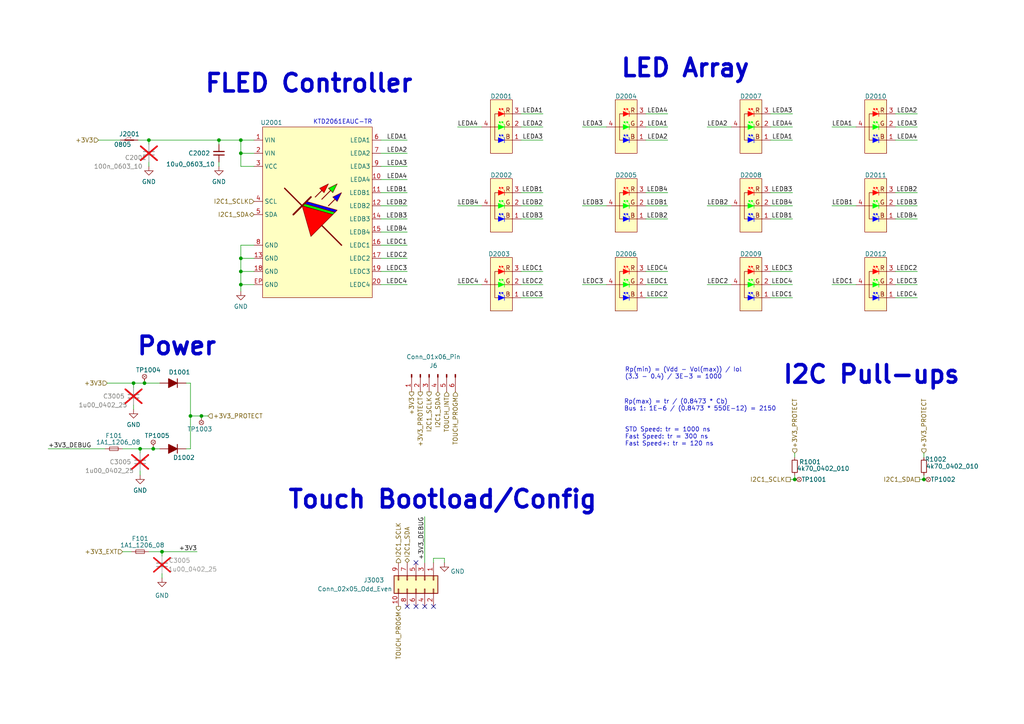
<source format=kicad_sch>
(kicad_sch (version 20230121) (generator eeschema)
  (paper "A4")
  (lib_symbols
    (symbol "Beacon_Library:CUT_N_JUMP" (pin_numbers hide)
      (property "Reference" "J" (at 0 -0.254 0))
      (property "Value" "0402" (at 0 -3.81 0))
      (symbol "CUT_N_JUMP_1_1"
        (polyline (pts (xy -1.27 -2.54) (xy 1.27 -2.54)) (stroke (width 0.381)))
        (polyline (pts (xy 0.508 -1.905) (xy 0.381 -1.651) (xy 0.508 -1.905) (xy 0.254 -2.032)) (stroke (width 0.0762)))
        (arc (start 0.508 -1.905) (mid -0.5086 -1.8651) (end -1.27 -2.54) (stroke (width 0.0762)))
        (pin passive line (at -2.54 -2.54 0) (length 1.27) (name "~") (number "1"))
        (pin passive line (at 2.54 -2.54 180) (length 1.27) (name "~") (number "2"))
      )
    )
    (symbol "Beacon_Library:KTD20XXEUAC-TR"
      (property "Reference" "U" (at 0 0 0))
      (property "Value" "KTD20XXEUAC-TR" (at 22.86 0 0))
      (symbol "KTD20XXEUAC-TR_0_1"
        (polyline (pts (xy 11.43 -21.59) (xy 6.35 -26.67)) (stroke (width 0.508)))
        (polyline (pts (xy 12.7 -21.59) (xy 14.605 -19.685)) (stroke (width 0.254)))
        (polyline (pts (xy 14.605 -22.225) (xy 17.145 -19.685)) (stroke (width 0.254)))
        (polyline (pts (xy 16.51 -24.13) (xy 18.415 -22.225)) (stroke (width 0.254)))
      )
      (symbol "KTD20XXEUAC-TR_1_1"
        (rectangle (start -2.54 -1.27) (end 29.21 -50.8) (fill (type background)))
        (polyline (pts (xy 3.81 -19.05) (xy 8.89 -24.13)) (stroke (width 0.381)))
        (polyline (pts (xy 14.605 -29.845) (xy 20.32 -35.56)) (stroke (width 0.381)))
        (polyline (pts (xy 8.89 -24.13) (xy 11.43 -33.02) (xy 17.78 -26.67) (xy 8.89 -24.13)) (fill (type color) (color 255 0 0 1)))
        (polyline (pts (xy 15.24 -20.32) (xy 15.24 -20.32) (xy 16.51 -17.78) (xy 13.97 -19.05) (xy 15.24 -20.32)) (fill (type color) (color 255 0 0 1)))
        (polyline (pts (xy 17.78 -26.67) (xy 18.415 -26.035) (xy 9.525 -23.495) (xy 8.89 -24.13) (xy 17.78 -26.67)) (fill (type color) (color 0 255 0 1)))
        (polyline (pts (xy 17.78 -20.32) (xy 17.78 -20.32) (xy 19.05 -17.78) (xy 16.51 -19.05) (xy 17.78 -20.32)) (fill (type color) (color 0 255 0 1)))
        (polyline (pts (xy 18.415 -26.035) (xy 19.05 -25.4) (xy 10.16 -22.86) (xy 9.525 -23.495) (xy 18.415 -26.035)) (fill (type color) (color 0 0 255 1)))
        (polyline (pts (xy 19.05 -22.86) (xy 19.05 -22.86) (xy 20.32 -20.32) (xy 17.78 -21.59) (xy 19.05 -22.86)) (fill (type color) (color 0 0 255 1)))
        (pin power_in line (at -5.08 -5.08 0) (length 2.54) (name "VIN") (number "1"))
        (pin bidirectional line (at 31.75 -16.51 180) (length 2.54) (name "LEDA4") (number "10"))
        (pin bidirectional line (at 31.75 -20.32 180) (length 2.54) (name "LEDB1") (number "11"))
        (pin bidirectional line (at 31.75 -24.13 180) (length 2.54) (name "LEDB2") (number "12"))
        (pin passive line (at -5.08 -39.37 0) (length 2.54) (name "GND") (number "13"))
        (pin bidirectional line (at 31.75 -27.94 180) (length 2.54) (name "LEDB3") (number "14"))
        (pin bidirectional line (at 31.75 -31.75 180) (length 2.54) (name "LEDB4") (number "15"))
        (pin bidirectional line (at 31.75 -35.56 180) (length 2.54) (name "LEDC1") (number "16"))
        (pin bidirectional line (at 31.75 -39.37 180) (length 2.54) (name "LEDC2") (number "17"))
        (pin passive line (at -5.08 -43.18 0) (length 2.54) (name "GND") (number "18"))
        (pin bidirectional line (at 31.75 -43.18 180) (length 2.54) (name "LEDC3") (number "19"))
        (pin power_in line (at -5.08 -8.89 0) (length 2.54) (name "VIN") (number "2"))
        (pin bidirectional line (at 31.75 -46.99 180) (length 2.54) (name "LEDC4") (number "20"))
        (pin power_in line (at -5.08 -12.7 0) (length 2.54) (name "VCC") (number "3"))
        (pin input line (at -5.08 -22.86 0) (length 2.54) (name "SCL") (number "4"))
        (pin bidirectional line (at -5.08 -26.67 0) (length 2.54) (name "SDA") (number "5"))
        (pin bidirectional line (at 31.75 -5.08 180) (length 2.54) (name "LEDA1") (number "6"))
        (pin bidirectional line (at 31.75 -8.89 180) (length 2.54) (name "LEDA2") (number "7"))
        (pin passive line (at -5.08 -35.56 0) (length 2.54) (name "GND") (number "8"))
        (pin bidirectional line (at 31.75 -12.7 180) (length 2.54) (name "LEDA3") (number "9"))
        (pin passive line (at -5.08 -46.99 0) (length 2.54) (name "GND") (number "EP"))
      )
    )
    (symbol "Beacon_Library:TESTPOINT" (pin_numbers hide)
      (property "Reference" "TP" (at 0 0 0))
      (symbol "TESTPOINT_1_1"
        (circle (center 0 -1.905) (radius 0.635))
        (polyline (pts (xy -0.508 -2.286) (xy 0.508 -1.524)) (stroke (width 0.0254)))
        (polyline (pts (xy -0.508 -1.524) (xy 0.508 -2.286)) (stroke (width 0.0254)))
        (pin passive line (at 0 -3.175 90) (length 0.635) (name "~") (number "1"))
      )
    )
    (symbol "Beacon_Library:UHD1110"
      (property "Reference" "D" (at -0.508 -1.778 0))
      (property "Value" "UHD1110" (at 8.382 -1.778 0))
      (symbol "UHD1110_1_1"
        (polyline (pts (xy 5.334 -14.478) (xy 5.334 -16.002)) (stroke (width 0) (color 0 0 255 1)))
        (polyline (pts (xy 5.334 -10.668) (xy 5.334 -12.192)) (stroke (width 0) (color 0 255 0 1)))
        (polyline (pts (xy 5.334 -6.858) (xy 5.334 -8.382)) (stroke (width 0) (color 255 0 0 1)))
        (polyline (pts (xy 7.62 -15.24) (xy 5.334 -15.24)))
        (polyline (pts (xy 7.62 -11.43) (xy 5.334 -11.43)))
        (polyline (pts (xy 7.62 -7.62) (xy 5.334 -7.62)))
        (polyline (pts (xy 3.556 -14.478) (xy 3.556 -16.002) (xy 5.334 -15.24) (xy 3.556 -14.478)) (stroke (width 0.0508) (color 0 0 255 1)) (fill (type outline)))
        (polyline (pts (xy 3.556 -10.668) (xy 3.556 -12.192) (xy 5.334 -11.43) (xy 3.556 -10.668)) (stroke (width 0.0508) (color 0 255 0 1)) (fill (type outline)))
        (polyline (pts (xy 3.556 -6.858) (xy 3.556 -8.382) (xy 5.334 -7.62) (xy 3.556 -6.858)) (stroke (width 0.0508) (color 255 0 0 1)) (fill (type outline)))
        (polyline (pts (xy 4.318 -14.478) (xy 4.064 -13.97) (xy 3.81 -14.097) (xy 3.81 -13.589) (xy 4.318 -13.843) (xy 4.064 -13.97)) (stroke (width 0.0508) (color 0 0 255 1)) (fill (type outline)))
        (polyline (pts (xy 4.318 -10.668) (xy 4.064 -10.16) (xy 3.81 -10.287) (xy 3.81 -9.779) (xy 4.318 -10.033) (xy 4.064 -10.16)) (stroke (width 0.0508) (color 0 255 0 1)) (fill (type outline)))
        (polyline (pts (xy 4.318 -6.858) (xy 4.064 -6.35) (xy 3.81 -6.477) (xy 3.81 -5.969) (xy 4.318 -6.223) (xy 4.064 -6.35)) (stroke (width 0.0508) (color 255 0 0 1)) (fill (type outline)))
        (polyline (pts (xy 5.08 -14.478) (xy 4.826 -13.97) (xy 4.572 -14.097) (xy 4.572 -13.589) (xy 5.08 -13.843) (xy 4.826 -13.97)) (stroke (width 0.0508) (color 0 0 255 1)) (fill (type outline)))
        (polyline (pts (xy 5.08 -10.668) (xy 4.826 -10.16) (xy 4.572 -10.287) (xy 4.572 -9.779) (xy 5.08 -10.033) (xy 4.826 -10.16)) (stroke (width 0.0508) (color 0 255 0 1)) (fill (type outline)))
        (polyline (pts (xy 5.08 -6.858) (xy 4.826 -6.35) (xy 4.572 -6.477) (xy 4.572 -5.969) (xy 5.08 -6.223) (xy 4.826 -6.35)) (stroke (width 0.0508) (color 255 0 0 1)) (fill (type outline)))
        (polyline (pts (xy 1.27 -11.43) (xy 3.556 -11.43) (xy 2.54 -11.43) (xy 2.54 -7.62) (xy 3.556 -7.62) (xy 2.54 -7.62) (xy 2.54 -15.24) (xy 3.556 -15.24)))
        (rectangle (start 1.27 -3.556) (end 7.62 -19.05) (fill (type background)))
        (text "B" (at 6.35 -14.224 0) (effects (font (size 1.27 1.27))))
        (text "G" (at 6.35 -10.414 0) (effects (font (size 1.27 1.27))))
        (text "R" (at 6.35 -6.604 0) (effects (font (size 1.27 1.27))))
        (pin passive line (at 10.16 -15.24 180) (length 2.54) (name "") (number "1"))
        (pin passive line (at 10.16 -11.43 180) (length 2.54) (name "") (number "2"))
        (pin passive line (at 10.16 -7.62 180) (length 2.54) (name "") (number "3"))
        (pin passive line (at -1.27 -11.43 0) (length 2.54) (name "") (number "4"))
      )
    )
    (symbol "Connector:Conn_01x06_Pin" (pin_names (offset 1.016) hide)
      (property "Reference" "J" (at 0 7.62 0))
      (property "Value" "Conn_01x06_Pin" (at 0 -10.16 0))
      (symbol "Conn_01x06_Pin_1_1"
        (polyline (pts (xy 1.27 -7.62) (xy 0.8636 -7.62)) (stroke (width 0.1524)))
        (polyline (pts (xy 1.27 -5.08) (xy 0.8636 -5.08)) (stroke (width 0.1524)))
        (polyline (pts (xy 1.27 -2.54) (xy 0.8636 -2.54)) (stroke (width 0.1524)))
        (polyline (pts (xy 1.27 0) (xy 0.8636 0)) (stroke (width 0.1524)))
        (polyline (pts (xy 1.27 2.54) (xy 0.8636 2.54)) (stroke (width 0.1524)))
        (polyline (pts (xy 1.27 5.08) (xy 0.8636 5.08)) (stroke (width 0.1524)))
        (rectangle (start 0.8636 -7.493) (end 0 -7.747) (stroke (width 0.1524)) (fill (type outline)))
        (rectangle (start 0.8636 -4.953) (end 0 -5.207) (stroke (width 0.1524)) (fill (type outline)))
        (rectangle (start 0.8636 -2.413) (end 0 -2.667) (stroke (width 0.1524)) (fill (type outline)))
        (rectangle (start 0.8636 0.127) (end 0 -0.127) (stroke (width 0.1524)) (fill (type outline)))
        (rectangle (start 0.8636 2.667) (end 0 2.413) (stroke (width 0.1524)) (fill (type outline)))
        (rectangle (start 0.8636 5.207) (end 0 4.953) (stroke (width 0.1524)) (fill (type outline)))
        (pin passive line (at 5.08 5.08 180) (length 3.81) (name "Pin_1") (number "1"))
        (pin passive line (at 5.08 2.54 180) (length 3.81) (name "Pin_2") (number "2"))
        (pin passive line (at 5.08 0 180) (length 3.81) (name "Pin_3") (number "3"))
        (pin passive line (at 5.08 -2.54 180) (length 3.81) (name "Pin_4") (number "4"))
        (pin passive line (at 5.08 -5.08 180) (length 3.81) (name "Pin_5") (number "5"))
        (pin passive line (at 5.08 -7.62 180) (length 3.81) (name "Pin_6") (number "6"))
      )
    )
    (symbol "Connector_Generic:Conn_02x05_Odd_Even" (pin_names (offset 1.016) hide)
      (property "Reference" "J" (at 1.27 7.62 0))
      (property "Value" "Conn_02x05_Odd_Even" (at 1.27 -7.62 0))
      (symbol "Conn_02x05_Odd_Even_1_1"
        (rectangle (start -1.27 -4.953) (end 0 -5.207) (stroke (width 0.1524)))
        (rectangle (start -1.27 -2.413) (end 0 -2.667) (stroke (width 0.1524)))
        (rectangle (start -1.27 0.127) (end 0 -0.127) (stroke (width 0.1524)))
        (rectangle (start -1.27 2.667) (end 0 2.413) (stroke (width 0.1524)))
        (rectangle (start -1.27 5.207) (end 0 4.953) (stroke (width 0.1524)))
        (rectangle (start -1.27 6.35) (end 3.81 -6.35) (stroke (width 0.254)) (fill (type background)))
        (rectangle (start 3.81 -4.953) (end 2.54 -5.207) (stroke (width 0.1524)))
        (rectangle (start 3.81 -2.413) (end 2.54 -2.667) (stroke (width 0.1524)))
        (rectangle (start 3.81 0.127) (end 2.54 -0.127) (stroke (width 0.1524)))
        (rectangle (start 3.81 2.667) (end 2.54 2.413) (stroke (width 0.1524)))
        (rectangle (start 3.81 5.207) (end 2.54 4.953) (stroke (width 0.1524)))
        (pin passive line (at -5.08 5.08 0) (length 3.81) (name "Pin_1") (number "1"))
        (pin passive line (at 7.62 -5.08 180) (length 3.81) (name "Pin_10") (number "10"))
        (pin passive line (at 7.62 5.08 180) (length 3.81) (name "Pin_2") (number "2"))
        (pin passive line (at -5.08 2.54 0) (length 3.81) (name "Pin_3") (number "3"))
        (pin passive line (at 7.62 2.54 180) (length 3.81) (name "Pin_4") (number "4"))
        (pin passive line (at -5.08 0 0) (length 3.81) (name "Pin_5") (number "5"))
        (pin passive line (at 7.62 0 180) (length 3.81) (name "Pin_6") (number "6"))
        (pin passive line (at -5.08 -2.54 0) (length 3.81) (name "Pin_7") (number "7"))
        (pin passive line (at 7.62 -2.54 180) (length 3.81) (name "Pin_8") (number "8"))
        (pin passive line (at -5.08 -5.08 0) (length 3.81) (name "Pin_9") (number "9"))
      )
    )
    (symbol "Device:C_Small" (pin_numbers hide) (pin_names (offset 0.254) hide)
      (property "Reference" "C" (at 0.254 1.778 0))
      (property "Value" "C_Small" (at 0.254 -2.032 0))
      (symbol "C_Small_0_1"
        (polyline (pts (xy -1.524 -0.508) (xy 1.524 -0.508)) (stroke (width 0.3302)))
        (polyline (pts (xy -1.524 0.508) (xy 1.524 0.508)) (stroke (width 0.3048)))
      )
      (symbol "C_Small_1_1"
        (pin passive line (at 0 2.54 270) (length 2.032) (name "~") (number "1"))
        (pin passive line (at 0 -2.54 90) (length 2.032) (name "~") (number "2"))
      )
    )
    (symbol "Device:D_Filled" (pin_numbers hide) (pin_names (offset 1.016) hide)
      (property "Reference" "D" (at 0 2.54 0))
      (property "Value" "D_Filled" (at 0 -2.54 0))
      (symbol "D_Filled_0_1"
        (polyline (pts (xy -1.27 1.27) (xy -1.27 -1.27)) (stroke (width 0.254)))
        (polyline (pts (xy 1.27 0) (xy -1.27 0)))
        (polyline (pts (xy 1.27 1.27) (xy 1.27 -1.27) (xy -1.27 0) (xy 1.27 1.27)) (stroke (width 0.254)) (fill (type outline)))
      )
      (symbol "D_Filled_1_1"
        (pin passive line (at -3.81 0 0) (length 2.54) (name "K") (number "1"))
        (pin passive line (at 3.81 0 180) (length 2.54) (name "A") (number "2"))
      )
    )
    (symbol "Device:Fuse_Small" (pin_numbers hide) (pin_names (offset 0.254) hide)
      (property "Reference" "F" (at 0 -1.524 0))
      (property "Value" "Fuse_Small" (at 0 1.524 0))
      (symbol "Fuse_Small_0_1"
        (rectangle (start -1.27 0.508) (end 1.27 -0.508))
        (polyline (pts (xy -1.27 0) (xy 1.27 0)))
      )
      (symbol "Fuse_Small_1_1"
        (pin passive line (at -2.54 0 0) (length 1.27) (name "~") (number "1"))
        (pin passive line (at 2.54 0 180) (length 1.27) (name "~") (number "2"))
      )
    )
    (symbol "Device:R_Small" (pin_numbers hide) (pin_names (offset 0.254) hide)
      (property "Reference" "R" (at 0.762 0.508 0))
      (property "Value" "R_Small" (at 0.762 -1.016 0))
      (symbol "R_Small_0_1"
        (rectangle (start -0.762 1.778) (end 0.762 -1.778) (stroke (width 0.2032)))
      )
      (symbol "R_Small_1_1"
        (pin passive line (at 0 2.54 270) (length 0.762) (name "~") (number "1"))
        (pin passive line (at 0 -2.54 90) (length 0.762) (name "~") (number "2"))
      )
    )
    (symbol "power:GND" (power) (pin_names (offset 0))
      (property "Value" "GND" (at 0 -3.81 0))
      (symbol "GND_0_1"
        (polyline (pts (xy 0 0) (xy 0 -1.27) (xy 1.27 -1.27) (xy 0 -2.54) (xy -1.27 -1.27) (xy 0 -1.27)))
      )
      (symbol "GND_1_1"
        (pin power_in line (at 0 0 270) (length 0) hide (name "GND") (number "1"))
      )
    )
  )
  (junction (at 43.18 40.64))
  (junction (at 46.99 160.02))
  (junction (at 40.64 130.175))
  (junction (at 41.91 111.125))
  (junction (at 63.5 40.64))
  (junction (at 267.97 139.065))
  (junction (at 44.45 130.175))
  (junction (at 69.85 74.93))
  (junction (at 69.85 82.55))
  (junction (at 38.735 111.125))
  (junction (at 69.85 40.64))
  (junction (at 55.245 120.65))
  (junction (at 58.42 120.65))
  (junction (at 69.85 44.45))
  (junction (at 230.505 139.065))
  (junction (at 69.85 78.74))
  (no_connect (at 123.19 175.895))
  (no_connect (at 125.73 175.895))
  (no_connect (at 118.11 175.895))
  (no_connect (at 120.65 175.895))
  (no_connect (at 120.65 163.195))
  (wire (pts (xy 118.11 44.45) (xy 110.49 44.45)))
  (wire (pts (xy 35.56 130.175) (xy 40.64 130.175)))
  (wire (pts (xy 46.99 166.37) (xy 46.99 167.64)))
  (wire (pts (xy 69.85 40.64) (xy 69.85 44.45)))
  (wire (pts (xy 241.3 36.83) (xy 248.285 36.83)))
  (wire (pts (xy 168.91 82.55) (xy 175.895 82.55)))
  (wire (pts (xy 63.5 48.26) (xy 63.5 46.99)))
  (wire (pts (xy 41.91 111.125) (xy 46.355 111.125)))
  (wire (pts (xy 267.97 131.445) (xy 267.97 132.715)))
  (wire (pts (xy 55.245 120.65) (xy 58.42 120.65)))
  (wire (pts (xy 58.42 120.65) (xy 60.325 120.65)))
  (wire (pts (xy 69.85 74.93) (xy 73.66 74.93)))
  (wire (pts (xy 40.64 130.175) (xy 44.45 130.175)))
  (wire (pts (xy 223.52 82.55) (xy 229.87 82.55)))
  (wire (pts (xy 259.715 33.02) (xy 266.065 33.02)))
  (wire (pts (xy 241.3 59.69) (xy 248.285 59.69)))
  (wire (pts (xy 267.97 139.065) (xy 266.7 139.065)))
  (wire (pts (xy 187.325 82.55) (xy 193.675 82.55)))
  (wire (pts (xy 259.715 36.83) (xy 266.065 36.83)))
  (wire (pts (xy 55.245 120.65) (xy 55.245 130.175)))
  (wire (pts (xy 223.52 63.5) (xy 229.87 63.5)))
  (wire (pts (xy 28.575 40.64) (xy 34.925 40.64)))
  (wire (pts (xy 118.11 82.55) (xy 110.49 82.55)))
  (wire (pts (xy 187.325 86.36) (xy 193.675 86.36)))
  (wire (pts (xy 118.11 40.64) (xy 110.49 40.64)))
  (wire (pts (xy 259.715 55.88) (xy 266.065 55.88)))
  (wire (pts (xy 205.105 36.83) (xy 212.09 36.83)))
  (wire (pts (xy 69.85 40.64) (xy 73.66 40.64)))
  (wire (pts (xy 31.115 111.125) (xy 38.735 111.125)))
  (wire (pts (xy 230.505 139.065) (xy 229.235 139.065)))
  (wire (pts (xy 223.52 40.64) (xy 229.87 40.64)))
  (wire (pts (xy 46.99 160.02) (xy 57.15 160.02)))
  (wire (pts (xy 128.905 161.925) (xy 125.73 161.925)))
  (wire (pts (xy 73.66 48.26) (xy 69.85 48.26)))
  (wire (pts (xy 187.325 36.83) (xy 193.675 36.83)))
  (wire (pts (xy 40.005 40.64) (xy 43.18 40.64)))
  (wire (pts (xy 69.85 71.12) (xy 69.85 74.93)))
  (wire (pts (xy 187.325 63.5) (xy 193.675 63.5)))
  (wire (pts (xy 151.13 36.83) (xy 157.48 36.83)))
  (wire (pts (xy 187.325 78.74) (xy 193.675 78.74)))
  (wire (pts (xy 151.13 82.55) (xy 157.48 82.55)))
  (wire (pts (xy 230.505 131.445) (xy 230.505 132.715)))
  (wire (pts (xy 132.715 36.83) (xy 139.7 36.83)))
  (wire (pts (xy 118.11 52.07) (xy 110.49 52.07)))
  (wire (pts (xy 223.52 78.74) (xy 229.87 78.74)))
  (wire (pts (xy 151.13 86.36) (xy 157.48 86.36)))
  (wire (pts (xy 223.52 33.02) (xy 229.87 33.02)))
  (wire (pts (xy 151.13 55.88) (xy 157.48 55.88)))
  (wire (pts (xy 43.18 160.02) (xy 46.99 160.02)))
  (wire (pts (xy 43.18 40.64) (xy 43.18 41.91)))
  (wire (pts (xy 223.52 36.83) (xy 229.87 36.83)))
  (wire (pts (xy 69.85 82.55) (xy 73.66 82.55)))
  (wire (pts (xy 168.91 59.69) (xy 175.895 59.69)))
  (wire (pts (xy 118.11 74.93) (xy 110.49 74.93)))
  (wire (pts (xy 69.85 78.74) (xy 69.85 82.55)))
  (wire (pts (xy 38.735 111.125) (xy 38.735 112.395)))
  (wire (pts (xy 63.5 40.64) (xy 63.5 41.91)))
  (wire (pts (xy 58.42 121.285) (xy 58.42 120.65)))
  (wire (pts (xy 259.715 86.36) (xy 266.065 86.36)))
  (wire (pts (xy 151.13 59.69) (xy 157.48 59.69)))
  (wire (pts (xy 69.85 84.455) (xy 69.85 82.55)))
  (wire (pts (xy 223.52 59.69) (xy 229.87 59.69)))
  (wire (pts (xy 46.99 161.29) (xy 46.99 160.02)))
  (wire (pts (xy 38.735 111.125) (xy 41.91 111.125)))
  (wire (pts (xy 128.905 163.195) (xy 128.905 161.925)))
  (wire (pts (xy 40.64 136.525) (xy 40.64 137.795)))
  (wire (pts (xy 69.85 44.45) (xy 69.85 48.26)))
  (wire (pts (xy 187.325 40.64) (xy 193.675 40.64)))
  (wire (pts (xy 118.11 63.5) (xy 110.49 63.5)))
  (wire (pts (xy 38.735 117.475) (xy 38.735 118.745)))
  (wire (pts (xy 151.13 40.64) (xy 157.48 40.64)))
  (wire (pts (xy 118.11 48.26) (xy 110.49 48.26)))
  (wire (pts (xy 151.13 63.5) (xy 157.48 63.5)))
  (wire (pts (xy 43.18 46.99) (xy 43.18 48.26)))
  (wire (pts (xy 123.19 149.86) (xy 123.19 163.195)))
  (wire (pts (xy 118.11 59.69) (xy 110.49 59.69)))
  (wire (pts (xy 69.85 74.93) (xy 69.85 78.74)))
  (wire (pts (xy 73.66 71.12) (xy 69.85 71.12)))
  (wire (pts (xy 205.105 82.55) (xy 212.09 82.55)))
  (wire (pts (xy 187.325 55.88) (xy 193.675 55.88)))
  (wire (pts (xy 267.97 137.795) (xy 267.97 139.065)))
  (wire (pts (xy 230.505 137.795) (xy 230.505 139.065)))
  (wire (pts (xy 223.52 86.36) (xy 229.87 86.36)))
  (wire (pts (xy 44.45 130.175) (xy 46.355 130.175)))
  (wire (pts (xy 259.715 59.69) (xy 266.065 59.69)))
  (wire (pts (xy 132.715 59.69) (xy 139.7 59.69)))
  (wire (pts (xy 41.91 110.49) (xy 41.91 111.125)))
  (wire (pts (xy 118.11 78.74) (xy 110.49 78.74)))
  (wire (pts (xy 151.13 33.02) (xy 157.48 33.02)))
  (wire (pts (xy 118.11 67.31) (xy 110.49 67.31)))
  (wire (pts (xy 118.11 55.88) (xy 110.49 55.88)))
  (wire (pts (xy 125.73 161.925) (xy 125.73 163.195)))
  (wire (pts (xy 132.715 82.55) (xy 139.7 82.55)))
  (wire (pts (xy 69.85 44.45) (xy 73.66 44.45)))
  (wire (pts (xy 44.45 129.54) (xy 44.45 130.175)))
  (wire (pts (xy 259.715 63.5) (xy 266.065 63.5)))
  (wire (pts (xy 55.245 130.175) (xy 53.975 130.175)))
  (wire (pts (xy 55.245 111.125) (xy 55.245 120.65)))
  (wire (pts (xy 259.715 78.74) (xy 266.065 78.74)))
  (wire (pts (xy 259.715 40.64) (xy 266.065 40.64)))
  (wire (pts (xy 259.715 82.55) (xy 266.065 82.55)))
  (wire (pts (xy 187.325 33.02) (xy 193.675 33.02)))
  (wire (pts (xy 43.18 40.64) (xy 63.5 40.64)))
  (wire (pts (xy 187.325 59.69) (xy 193.675 59.69)))
  (wire (pts (xy 35.56 160.02) (xy 38.1 160.02)))
  (wire (pts (xy 69.85 78.74) (xy 73.66 78.74)))
  (wire (pts (xy 205.105 59.69) (xy 212.09 59.69)))
  (wire (pts (xy 53.975 111.125) (xy 55.245 111.125)))
  (wire (pts (xy 63.5 40.64) (xy 69.85 40.64)))
  (wire (pts (xy 118.11 71.12) (xy 110.49 71.12)))
  (wire (pts (xy 40.64 130.175) (xy 40.64 131.445)))
  (wire (pts (xy 151.13 78.74) (xy 157.48 78.74)))
  (wire (pts (xy 241.3 82.55) (xy 248.285 82.55)))
  (wire (pts (xy 13.97 130.175) (xy 30.48 130.175)))
  (wire (pts (xy 168.91 36.83) (xy 175.895 36.83)))
  (wire (pts (xy 223.52 55.88) (xy 229.87 55.88)))
  (text "Rp(max) = tr / (0.8473 * Cb)\nBus 1: 1E-6 / (0.8473 * 550E-12) = 2150\n" (at 180.975 119.38 0) (effects (font (size 1.27 1.27)) (justify left bottom)))
  (text "KTD2061EAUC-TR" (at 90.805 36.195 0) (effects (font (size 1.27 1.27)) (justify left bottom)))
  (text "Power" (at 39.37 103.505 0) (effects (font (size 5.08 5.08) (thickness 1.016) bold) (justify left bottom)))
  (text "STD Speed: tr = 1000 ns\nFast Speed: tr = 300 ns\nFast Speed+: tr = 120 ns" (at 181.229 129.54 0) (effects (font (size 1.27 1.27)) (justify left bottom)))
  (text "I2C Pull-ups" (at 226.695 111.76 0) (effects (font (size 5.08 5.08) (thickness 1.016) bold) (justify left bottom)))
  (text "Rp(min) = (Vdd - Vol(max)) / Iol\n(3.3 - 0.4) / 3E-3 = 1000" (at 181.229 110.109 0) (effects (font (size 1.27 1.27)) (justify left bottom)))
  (text "FLED Controller\n" (at 59.055 27.305 0) (effects (font (size 5.08 5.08) (thickness 1.016) bold) (justify left bottom)))
  (text "LED Array" (at 179.705 22.86 0) (effects (font (size 5.08 5.08) (thickness 1.016) bold) (justify left bottom)))
  (text "Touch Bootload/Config" (at 83.185 147.955 0) (effects (font (size 5.08 5.08) (thickness 1.016) bold) (justify left bottom)))
  (label "LEDC2" (at 205.105 82.55 0))
  (label "LEDC4" (at 193.675 78.74 180))
  (label "+3V3" (at 57.15 160.02 180))
  (label "LEDA4" (at 266.065 40.64 180))
  (label "LEDB3" (at 229.87 55.88 180))
  (label "LEDC3" (at 157.48 86.36 180))
  (label "LEDC3" (at 229.87 78.74 180))
  (label "LEDA2" (at 157.48 36.83 180))
  (label "LEDC2" (at 266.065 78.74 180))
  (label "LEDB2" (at 193.675 63.5 180))
  (label "LEDC1" (at 118.11 71.12 180))
  (label "LEDC2" (at 193.675 86.36 180))
  (label "LEDC3" (at 168.91 82.55 0))
  (label "LEDC1" (at 157.48 78.74 180))
  (label "LEDA1" (at 193.675 36.83 180))
  (label "LEDA2" (at 266.065 33.02 180))
  (label "LEDB2" (at 118.11 59.69 180))
  (label "LEDB4" (at 132.715 59.69 0))
  (label "+3V3_DEBUG" (at 13.97 130.175 0))
  (label "LEDC1" (at 241.3 82.55 0))
  (label "LEDC3" (at 118.11 78.74 180))
  (label "LEDB1" (at 241.3 59.69 0))
  (label "LEDB3" (at 118.11 63.5 180))
  (label "LEDB1" (at 118.11 55.88 180))
  (label "LEDA1" (at 241.3 36.83 0))
  (label "LEDC2" (at 118.11 74.93 180))
  (label "LEDB4" (at 193.675 55.88 180))
  (label "LEDB3" (at 168.91 59.69 0))
  (label "LEDC4" (at 132.715 82.55 0))
  (label "LEDC2" (at 157.48 82.55 180))
  (label "LEDB4" (at 266.065 63.5 180))
  (label "LEDB1" (at 193.675 59.69 180))
  (label "LEDB2" (at 266.065 55.88 180))
  (label "LEDA2" (at 205.105 36.83 0))
  (label "LEDA1" (at 118.11 40.64 180))
  (label "LEDC3" (at 266.065 82.55 180))
  (label "LEDB2" (at 205.105 59.69 0))
  (label "LEDC4" (at 266.065 86.36 180))
  (label "LEDB1" (at 229.87 63.5 180))
  (label "LEDC1" (at 229.87 86.36 180))
  (label "LEDA2" (at 193.675 40.64 180))
  (label "LEDA3" (at 266.065 36.83 180))
  (label "LEDA3" (at 168.91 36.83 0))
  (label "LEDA4" (at 193.675 33.02 180))
  (label "LEDA3" (at 229.87 33.02 180))
  (label "+3V3_DEBUG" (at 123.19 149.86 270))
  (label "LEDB1" (at 157.48 55.88 180))
  (label "LEDB4" (at 118.11 67.31 180))
  (label "LEDA2" (at 118.11 44.45 180))
  (label "LEDB3" (at 266.065 59.69 180))
  (label "LEDA3" (at 157.48 40.64 180))
  (label "LEDC1" (at 193.675 82.55 180))
  (label "LEDA1" (at 157.48 33.02 180))
  (label "LEDB4" (at 229.87 59.69 180))
  (label "LEDA3" (at 118.11 48.26 180))
  (label "LEDA1" (at 229.87 40.64 180))
  (label "LEDC4" (at 118.11 82.55 180))
  (label "LEDA4" (at 229.87 36.83 180))
  (label "LEDB2" (at 157.48 59.69 180))
  (label "LEDA4" (at 118.11 52.07 180))
  (label "LEDA4" (at 132.715 36.83 0))
  (label "LEDB3" (at 157.48 63.5 180))
  (label "LEDC4" (at 229.87 82.55 180))
  (hierarchical_label "+3V3_PROTECT" (shape input) (at 267.97 131.445 90))
  (hierarchical_label "+3V3" (shape input) (at 31.115 111.125 180))
  (hierarchical_label "+3V3_PROTECT" (shape input) (at 60.325 120.65 0))
  (hierarchical_label "+3V3_EXT" (shape input) (at 35.56 160.02 180))
  (hierarchical_label "I2C1_SDA" (shape bidirectional) (at 73.66 62.23 180) (property "Intersheetrefs" "${INTERSHEET_REFS}" (effects hide)))
  (hierarchical_label "I2C1_SCLK" (shape output) (at 124.46 113.665 270) (property "Intersheetrefs" "${INTERSHEET_REFS}" (effects hide)))
  (hierarchical_label "+3V3_PROTECT" (shape input) (at 230.505 131.445 90))
  (hierarchical_label "I2C1_SDA" (shape bidirectional) (at 127 113.665 270) (property "Intersheetrefs" "${INTERSHEET_REFS}" (effects hide)))
  (hierarchical_label "+3V3" (shape input) (at 28.575 40.64 180))
  (hierarchical_label "TOUCH_PROGM" (shape input) (at 132.08 113.665 270) (property "Intersheetrefs" "${INTERSHEET_REFS}" (effects hide)))
  (hierarchical_label "+3V3" (shape output) (at 119.38 113.665 270))
  (hierarchical_label "I2C1_SDA" (shape bidirectional) (at 118.11 163.195 90) (property "Intersheetrefs" "${INTERSHEET_REFS}" (effects hide)))
  (hierarchical_label "I2C1_SCLK" (shape input) (at 73.66 58.42 180) (property "Intersheetrefs" "${INTERSHEET_REFS}" (effects hide)))
  (hierarchical_label "+3V3_PROTECT" (shape output) (at 121.92 113.665 270))
  (hierarchical_label "I2C1_SCLK" (shape passive) (at 229.235 139.065 180) (property "Intersheetrefs" "${INTERSHEET_REFS}" (effects hide)))
  (hierarchical_label "I2C1_SDA" (shape passive) (at 266.7 139.065 180) (property "Intersheetrefs" "${INTERSHEET_REFS}" (effects hide)))
  (hierarchical_label "TOUCH_PROGM" (shape output) (at 115.57 175.895 270) (property "Intersheetrefs" "${INTERSHEET_REFS}" (effects hide)))
  (hierarchical_label "I2C1_SCLK" (shape output) (at 115.57 163.195 90) (property "Intersheetrefs" "${INTERSHEET_REFS}" (effects hide)))
  (hierarchical_label "TOUCH_INT" (shape input) (at 129.54 113.665 270) (property "Intersheetrefs" "${INTERSHEET_REFS}" (effects hide)))
  (symbol (lib_id "Device:D_Filled") (at 50.165 130.175 180) (unit 1)
    (property "Reference" "D1002" (at 53.34 132.715 0))
    (property "Value" "D_Filled" (effects hide))
    (property "Footprint" "Footprint_Library:DO-204_7.0P" (effects hide))
    (property "Datasheet" "https://www.mouser.com/ProductDetail/onsemi-Fairchild/1N4148TR?qs=sGAEpiMZZMtbRapU8LlZDzCgIkNleXIZLEpfsgF6FiU%3D" (effects hide))
    (instances (project "Fret_Board" (path "" (reference "D1002") (unit 1))) (project "Beacon_Multiboard" (path "" (reference "D18") (unit 1))))
  )
  (symbol (lib_id "power:GND") (at 63.5 48.26 0) (unit 1)
    (property "Reference" "#PWR02003" (effects hide))
    (property "Value" "GND" (at 63.5 52.705 0))
    (instances (project "Fret_Board" (path "" (reference "#PWR02003") (unit 1))) (project "Beacon" (path "" (reference "#PWR07003") (unit 1))) (project "Beacon_Multiboard" (path "" (reference "#PWR04") (unit 1))))
  )
  (symbol (lib_id "Beacon_Library:UHD1110") (at 140.97 25.4 0) (unit 1)
    (property "Reference" "D2001" (at 142.24 27.94 0) (effects (justify left)))
    (property "Value" "UHD1110" (effects hide))
    (property "Footprint" "Footprint_Library:UHD1110FKACL1A13r3q1BBQFMF3" (effects hide))
    (property "Datasheet" "https://www.mouser.com/ProductDetail/Cree-LED/UHD1110-FKA-CL1A13r3q1BBQFMF3?qs=sGAEpiMZZMusoohG2hS%252B168PbK3Wnfgf2lFl0mjTADbOub3pvQvbiw%3D%3D" (effects hide))
    (instances (project "Fret_Board" (path "" (reference "D2001") (unit 1))) (project "Beacon" (path "" (reference "D7001") (unit 1))) (project "Beacon_Multiboard" (path "" (reference "D5") (unit 1))))
  )
  (symbol (lib_id "Beacon_Library:TESTPOINT") (at 44.45 126.365 0) (unit 1)
    (property "Reference" "TP1005" (at 41.91 126.365 0) (effects (justify left)))
    (property "Value" "+3V3_DEBUG" (effects hide))
    (property "Footprint" "TestPoint:TestPoint_Pad_D2.0mm" (effects hide))
    (instances (project "Fret_Board" (path "" (reference "TP1005") (unit 1)) (path "" (reference "TP3002") (unit 1))) (project "Beacon" (path "" (reference "TP2011") (unit 1))) (project "Beacon_Multiboard" (path "" (reference "TP26") (unit 1))))
  )
  (symbol (lib_id "Beacon_Library:TESTPOINT") (at 58.42 124.46 180) (unit 1)
    (property "Reference" "TP1003" (at 61.595 124.46 0) (effects (justify left)))
    (property "Value" "+3V3_PROTECT" (effects hide))
    (property "Footprint" "TestPoint:TestPoint_Pad_D2.0mm" (effects hide))
    (instances (project "Fret_Board" (path "" (reference "TP1003") (unit 1))) (project "Beacon" (path "" (reference "TP2011") (unit 1))) (project "Beacon_Multiboard" (path "" (reference "TP25") (unit 1))))
  )
  (symbol (lib_id "Beacon_Library:UHD1110") (at 213.36 25.4 0) (unit 1)
    (property "Reference" "D2007" (at 214.63 27.94 0) (effects (justify left)))
    (property "Value" "UHD1110" (effects hide))
    (property "Footprint" "Footprint_Library:UHD1110FKACL1A13r3q1BBQFMF3" (effects hide))
    (property "Datasheet" "https://www.mouser.com/ProductDetail/Cree-LED/UHD1110-FKA-CL1A13r3q1BBQFMF3?qs=sGAEpiMZZMusoohG2hS%252B168PbK3Wnfgf2lFl0mjTADbOub3pvQvbiw%3D%3D" (effects hide))
    (instances (project "Fret_Board" (path "" (reference "D2007") (unit 1))) (project "Beacon" (path "" (reference "D7007") (unit 1))) (project "Beacon_Multiboard" (path "" (reference "D7") (unit 1))))
  )
  (symbol (lib_id "Beacon_Library:UHD1110") (at 140.97 71.12 0) (unit 1)
    (property "Reference" "D2003" (at 141.605 73.66 0) (effects (justify left)))
    (property "Value" "UHD1110" (effects hide))
    (property "Footprint" "Footprint_Library:UHD1110FKACL1A13r3q1BBQFMF3" (effects hide))
    (property "Datasheet" "https://www.mouser.com/ProductDetail/Cree-LED/UHD1110-FKA-CL1A13r3q1BBQFMF3?qs=sGAEpiMZZMusoohG2hS%252B168PbK3Wnfgf2lFl0mjTADbOub3pvQvbiw%3D%3D" (effects hide))
    (instances (project "Fret_Board" (path "" (reference "D2003") (unit 1))) (project "Beacon" (path "" (reference "D7003") (unit 1))) (project "Beacon_Multiboard" (path "" (reference "D13") (unit 1))))
  )
  (symbol (lib_id "Beacon_Library:TESTPOINT") (at 271.145 139.065 270) (unit 1)
    (property "Reference" "TP1002" (at 269.875 139.065 90) (effects (justify left)))
    (property "Value" "I2C1_SDA" (effects hide))
    (property "Footprint" "TestPoint:TestPoint_Pad_D2.0mm" (effects hide))
    (instances (project "Fret_Board" (path "" (reference "TP1002") (unit 1))) (project "Beacon" (path "" (reference "TP2011") (unit 1))) (project "Beacon_Multiboard" (path "" (reference "TP28") (unit 1))))
  )
  (symbol (lib_id "power:GND") (at 69.85 84.455 0) (unit 1)
    (property "Reference" "#PWR02004" (effects hide))
    (property "Value" "GND" (at 69.85 88.9 0))
    (instances (project "Fret_Board" (path "" (reference "#PWR02004") (unit 1))) (project "Beacon" (path "" (reference "#PWR07004") (unit 1))) (project "Beacon_Multiboard" (path "" (reference "#PWR05") (unit 1))))
  )
  (symbol (lib_id "Beacon_Library:UHD1110") (at 249.555 71.12 0) (unit 1)
    (property "Reference" "D2012" (at 250.825 73.66 0) (effects (justify left)))
    (property "Value" "UHD1110" (effects hide))
    (property "Footprint" "Footprint_Library:UHD1110FKACL1A13r3q1BBQFMF3" (effects hide))
    (property "Datasheet" "https://www.mouser.com/ProductDetail/Cree-LED/UHD1110-FKA-CL1A13r3q1BBQFMF3?qs=sGAEpiMZZMusoohG2hS%252B168PbK3Wnfgf2lFl0mjTADbOub3pvQvbiw%3D%3D" (effects hide))
    (instances (project "Fret_Board" (path "" (reference "D2012") (unit 1))) (project "Beacon" (path "" (reference "D7012") (unit 1))) (project "Beacon_Multiboard" (path "" (reference "D16") (unit 1))))
  )
  (symbol (lib_id "power:GND") (at 46.99 167.64 0) (unit 1)
    (property "Reference" "#PWR02" (effects hide))
    (property "Value" "GND" (at 46.99 172.72 0))
    (instances (project "Beacon_Multiboard" (path "" (reference "#PWR02") (unit 1)) (path "" (reference "#PWR016") (unit 1))))
  )
  (symbol (lib_id "Beacon_Library:UHD1110") (at 249.555 48.26 0) (unit 1)
    (property "Reference" "D2011" (at 250.825 50.8 0) (effects (justify left)))
    (property "Value" "UHD1110" (effects hide))
    (property "Footprint" "Footprint_Library:UHD1110FKACL1A13r3q1BBQFMF3" (effects hide))
    (property "Datasheet" "https://www.mouser.com/ProductDetail/Cree-LED/UHD1110-FKA-CL1A13r3q1BBQFMF3?qs=sGAEpiMZZMusoohG2hS%252B168PbK3Wnfgf2lFl0mjTADbOub3pvQvbiw%3D%3D" (effects hide))
    (instances (project "Fret_Board" (path "" (reference "D2011") (unit 1))) (project "Beacon" (path "" (reference "D7011") (unit 1))) (project "Beacon_Multiboard" (path "" (reference "D12") (unit 1))))
  )
  (symbol (lib_id "Beacon_Library:UHD1110") (at 177.165 71.12 0) (unit 1)
    (property "Reference" "D2006" (at 178.435 73.66 0) (effects (justify left)))
    (property "Value" "UHD1110" (effects hide))
    (property "Footprint" "Footprint_Library:UHD1110FKACL1A13r3q1BBQFMF3" (effects hide))
    (property "Datasheet" "https://www.mouser.com/ProductDetail/Cree-LED/UHD1110-FKA-CL1A13r3q1BBQFMF3?qs=sGAEpiMZZMusoohG2hS%252B168PbK3Wnfgf2lFl0mjTADbOub3pvQvbiw%3D%3D" (effects hide))
    (instances (project "Fret_Board" (path "" (reference "D2006") (unit 1))) (project "Beacon" (path "" (reference "D7006") (unit 1))) (project "Beacon_Multiboard" (path "" (reference "D14") (unit 1))))
  )
  (symbol (lib_id "Beacon_Library:UHD1110") (at 177.165 25.4 0) (unit 1)
    (property "Reference" "D2004" (at 178.435 27.94 0) (effects (justify left)))
    (property "Value" "UHD1110" (effects hide))
    (property "Footprint" "Footprint_Library:UHD1110FKACL1A13r3q1BBQFMF3" (effects hide))
    (property "Datasheet" "https://www.mouser.com/ProductDetail/Cree-LED/UHD1110-FKA-CL1A13r3q1BBQFMF3?qs=sGAEpiMZZMusoohG2hS%252B168PbK3Wnfgf2lFl0mjTADbOub3pvQvbiw%3D%3D" (effects hide))
    (instances (project "Fret_Board" (path "" (reference "D2004") (unit 1))) (project "Beacon" (path "" (reference "D7004") (unit 1))) (project "Beacon_Multiboard" (path "" (reference "D6") (unit 1))))
  )
  (symbol (lib_id "Device:C_Small") (at 46.99 163.83 180) (unit 1) (dnp yes)
    (property "Reference" "C3005" (at 52.07 162.56 0))
    (property "Value" "1u00_0402_25" (at 55.88 165.1 0))
    (property "Footprint" "Footprint_Library:0402_1005Metric_Handsolder" (effects hide))
    (instances (project "Tactile_Board" (path "" (reference "C3005") (unit 1)) (path "" (reference "C1101") (unit 1)) (path "" (reference "C101") (unit 1))) (project "Beacon" (path "" (reference "C16") (unit 1)) (path "" (reference "C49") (unit 1)) (path "" (reference "C53") (unit 1)) (path "" (reference "C14003") (unit 1))) (project "Beacon_Multiboard" (path "" (reference "C16") (unit 1)) (path "" (reference "C16") (unit 1)) (path "" (reference "C22") (unit 1))))
  )
  (symbol (lib_id "Device:C_Small") (at 63.5 44.45 180) (unit 1)
    (property "Reference" "C2002" (at 57.785 44.45 0))
    (property "Value" "10u0_0603_10" (at 55.245 47.625 0))
    (property "Footprint" "Footprint_Library:0603_1608Metric_Handsolder" (effects hide))
    (instances (project "Fret_Board" (path "" (reference "C2002") (unit 1))) (project "Beacon" (path "" (reference "C7002") (unit 1))) (project "Beacon_Multiboard" (path "" (reference "C19") (unit 1))))
  )
  (symbol (lib_id "Connector_Generic:Conn_02x05_Odd_Even") (at 120.65 168.275 270) (unit 1)
    (property "Reference" "J3003" (at 105.41 168.275 90) (effects (justify left)))
    (property "Value" "Conn_02x05_Odd_Even" (at 92.075 170.815 90) (effects (justify left)))
    (property "Footprint" "Connector_PinHeader_2.54mm:PinHeader_2x05_P2.54mm_Vertical" (effects hide))
    (property "Datasheet" "https://www.mouser.com/ProductDetail/Amphenol-FCI/54102-S30-00?qs=Ux%2FA4WVN8IQ6te2KrIMeWQ%3D%3D" (effects hide))
    (instances (project "Fret_Board" (path "" (reference "J3003") (unit 1))) (project "Beacon_Multiboard" (path "" (reference "J8") (unit 1))))
  )
  (symbol (lib_id "Device:C_Small") (at 38.735 114.935 0) (mirror x) (unit 1) (dnp yes)
    (property "Reference" "C3005" (at 33.02 114.935 0))
    (property "Value" "1u00_0402_25" (at 29.845 117.475 0))
    (property "Footprint" "Footprint_Library:0402_1005Metric_Handsolder" (effects hide))
    (instances (project "Fret_Board" (path "" (reference "C3005") (unit 1)) (path "" (reference "C1001") (unit 1))) (project "Fret_State" (path "" (reference "C19") (unit 1))) (project "Beacon" (path "" (reference "C19") (unit 1)) (path "" (reference "C22") (unit 1)) (path "" (reference "C10005") (unit 1))) (project "Beacon_Multiboard" (path "" (reference "C20") (unit 1))))
  )
  (symbol (lib_id "Connector:Conn_01x06_Pin") (at 124.46 108.585 90) (mirror x) (unit 1)
    (property "Reference" "J5" (at 125.73 106.045 90))
    (property "Value" "Conn_01x06_Pin" (at 125.73 103.505 90))
    (instances (project "Beacon_Multiboard" (path "" (reference "J6") (unit 1))))
  )
  (symbol (lib_id "Beacon_Library:TESTPOINT") (at 41.91 107.315 0) (unit 1)
    (property "Reference" "TP1004" (at 39.37 107.315 0) (effects (justify left)))
    (property "Value" "+3V3" (effects hide))
    (property "Footprint" "TestPoint:TestPoint_Pad_D2.0mm" (effects hide))
    (instances (project "Fret_Board" (path "" (reference "TP1004") (unit 1))) (project "Beacon" (path "" (reference "TP2011") (unit 1))) (project "Beacon_Multiboard" (path "" (reference "TP24") (unit 1))))
  )
  (symbol (lib_id "Beacon_Library:TESTPOINT") (at 233.68 139.065 270) (unit 1)
    (property "Reference" "TP1001" (at 232.41 139.065 90) (effects (justify left)))
    (property "Value" "I2C1_SCLK" (effects hide))
    (property "Footprint" "TestPoint:TestPoint_Pad_D2.0mm" (effects hide))
    (instances (project "Fret_Board" (path "" (reference "TP1001") (unit 1))) (project "Beacon" (path "" (reference "TP2010") (unit 1))) (project "Beacon_Multiboard" (path "" (reference "TP27") (unit 1))))
  )
  (symbol (lib_id "Device:Fuse_Small") (at 33.02 130.175 0) (unit 1)
    (property "Reference" "F101" (at 33.02 126.365 0))
    (property "Value" "1A1_1206_08" (at 34.29 128.27 0))
    (property "Footprint" "Footprint_Library:1206_3216Metric_Handsolder" (effects hide))
    (property "Datasheet" "https://www.mouser.com/ProductDetail/YAGEO/SMD1206B110TFT?qs=PzGy0jfpSMt57N16Hl8Plw%3D%3D" (effects hide))
    (instances (project "Tactile_Board" (path "" (reference "F101") (unit 1))) (project "Beacon_Multiboard" (path "" (reference "F3") (unit 1)) (path "" (reference "F4") (unit 1))))
  )
  (symbol (lib_id "Device:R_Small") (at 267.97 135.255 180) (unit 1)
    (property "Reference" "R1002" (at 271.399 133.223 0))
    (property "Value" "4k70_0402_010" (at 276.225 135.255 0))
    (property "Footprint" "Footprint_Library:0402_1005Metric_Handsolder" (effects hide))
    (instances (project "Fret_Board" (path "" (reference "R1002") (unit 1))) (project "Beacon" (path "" (reference "R15") (unit 1)) (path "" (reference "R2004") (unit 1))) (project "Beacon_Multiboard" (path "" (reference "R9") (unit 1))))
  )
  (symbol (lib_id "Beacon_Library:CUT_N_JUMP") (at 37.465 38.1 0) (unit 1)
    (property "Reference" "J2001" (at 37.5285 38.862 0))
    (property "Value" "0805" (at 35.56 41.91 0))
    (property "Footprint" "Footprint_Library:0805_CUT-N-JUMP" (effects hide))
    (instances (project "Fret_Board" (path "" (reference "J2001") (unit 1))) (project "Beacon" (path "" (reference "J7001") (unit 1))) (project "Beacon_Multiboard" (path "" (reference "J5") (unit 1))))
  )
  (symbol (lib_id "Beacon_Library:KTD20XXEUAC-TR") (at 78.74 35.56 0) (unit 1)
    (property "Reference" "U2001" (at 78.74 35.56 0))
    (property "Value" "KTD20XXEUAC-TR" (effects hide))
    (property "Footprint" "Footprint_Library:UQFN-20-1EP_3x3mm_P0.4mm_EP1.7x1.7mm_ThermalVias" (effects hide))
    (property "Datasheet" "https://www.mouser.com/ProductDetail/Kinetic-Technologies/KTD2061EUAC-TR?qs=uwxL4vQweFP18kM%2FMMXPuw%3D%3D" (effects hide))
    (instances (project "Fret_Board" (path "" (reference "U2001") (unit 1))) (project "Beacon" (path "" (reference "U7001") (unit 1))) (project "Beacon_Multiboard" (path "" (reference "U6") (unit 1))))
  )
  (symbol (lib_id "Beacon_Library:UHD1110") (at 249.555 25.4 0) (unit 1)
    (property "Reference" "D2010" (at 250.825 27.94 0) (effects (justify left)))
    (property "Value" "UHD1110" (effects hide))
    (property "Footprint" "Footprint_Library:UHD1110FKACL1A13r3q1BBQFMF3" (effects hide))
    (property "Datasheet" "https://www.mouser.com/ProductDetail/Cree-LED/UHD1110-FKA-CL1A13r3q1BBQFMF3?qs=sGAEpiMZZMusoohG2hS%252B168PbK3Wnfgf2lFl0mjTADbOub3pvQvbiw%3D%3D" (effects hide))
    (instances (project "Fret_Board" (path "" (reference "D2010") (unit 1))) (project "Beacon" (path "" (reference "D7010") (unit 1))) (project "Beacon_Multiboard" (path "" (reference "D8") (unit 1))))
  )
  (symbol (lib_id "power:GND") (at 43.18 48.26 0) (unit 1)
    (property "Reference" "#PWR02002" (effects hide))
    (property "Value" "GND" (at 43.18 52.705 0))
    (instances (project "Fret_Board" (path "" (reference "#PWR02002") (unit 1))) (project "Beacon" (path "" (reference "#PWR07002") (unit 1))) (project "Beacon_Multiboard" (path "" (reference "#PWR03") (unit 1))))
  )
  (symbol (lib_id "power:GND") (at 128.905 163.195 0) (unit 1)
    (property "Reference" "#PWR03014" (effects hide))
    (property "Value" "GND" (at 132.715 165.735 0))
    (instances (project "Fret_Board" (path "" (reference "#PWR03014") (unit 1))) (project "Fret_State" (path "" (reference "#PWR010003") (unit 1))) (project "Beacon" (path "" (reference "#PWR010003") (unit 1))) (project "Beacon_Multiboard" (path "" (reference "#PWR015") (unit 1))))
  )
  (symbol (lib_id "Device:D_Filled") (at 50.165 111.125 180) (unit 1)
    (property "Reference" "D1001" (at 52.07 107.95 0))
    (property "Value" "D_Filled" (effects hide))
    (property "Footprint" "Footprint_Library:DO-204_7.0P" (effects hide))
    (property "Datasheet" "https://www.mouser.com/ProductDetail/onsemi-Fairchild/1N4148TR?qs=sGAEpiMZZMtbRapU8LlZDzCgIkNleXIZLEpfsgF6FiU%3D" (effects hide))
    (instances (project "Fret_Board" (path "" (reference "D1001") (unit 1))) (project "Beacon_Multiboard" (path "" (reference "D17") (unit 1))))
  )
  (symbol (lib_id "Beacon_Library:UHD1110") (at 213.36 48.26 0) (unit 1)
    (property "Reference" "D2008" (at 214.63 50.8 0) (effects (justify left)))
    (property "Value" "UHD1110" (effects hide))
    (property "Footprint" "Footprint_Library:UHD1110FKACL1A13r3q1BBQFMF3" (effects hide))
    (property "Datasheet" "https://www.mouser.com/ProductDetail/Cree-LED/UHD1110-FKA-CL1A13r3q1BBQFMF3?qs=sGAEpiMZZMusoohG2hS%252B168PbK3Wnfgf2lFl0mjTADbOub3pvQvbiw%3D%3D" (effects hide))
    (instances (project "Fret_Board" (path "" (reference "D2008") (unit 1))) (project "Beacon" (path "" (reference "D7008") (unit 1))) (project "Beacon_Multiboard" (path "" (reference "D11") (unit 1))))
  )
  (symbol (lib_id "Device:Fuse_Small") (at 40.64 160.02 0) (unit 1)
    (property "Reference" "F101" (at 40.64 156.21 0))
    (property "Value" "1A1_1206_08" (at 41.275 158.115 0))
    (property "Footprint" "Footprint_Library:1206_3216Metric_Handsolder" (effects hide))
    (property "Datasheet" "https://www.mouser.com/ProductDetail/YAGEO/SMD1206B110TFT?qs=PzGy0jfpSMt57N16Hl8Plw%3D%3D" (effects hide))
    (instances (project "Tactile_Board" (path "" (reference "F101") (unit 1))) (project "Beacon_Multiboard" (path "" (reference "F3") (unit 1)) (path "" (reference "F3") (unit 1)) (path "" (reference "F6") (unit 1))))
  )
  (symbol (lib_id "Device:C_Small") (at 43.18 44.45 180) (unit 1) (dnp yes)
    (property "Reference" "C2001" (at 39.37 45.72 0))
    (property "Value" "100n_0603_10" (at 34.29 48.26 0))
    (property "Footprint" "Footprint_Library:0603_1608Metric_Handsolder" (effects hide))
    (instances (project "Fret_Board" (path "" (reference "C2001") (unit 1))) (project "Beacon" (path "" (reference "C7001") (unit 1))) (project "Beacon_Multiboard" (path "" (reference "C18") (unit 1))))
  )
  (symbol (lib_id "power:GND") (at 38.735 118.745 0) (unit 1)
    (property "Reference" "#PWR01008" (effects hide))
    (property "Value" "GND" (at 38.735 123.19 0))
    (instances (project "Fret_Board" (path "" (reference "#PWR01008") (unit 1))) (project "Beacon_Multiboard" (path "" (reference "#PWR06") (unit 1))))
  )
  (symbol (lib_id "Beacon_Library:UHD1110") (at 177.165 48.26 0) (unit 1)
    (property "Reference" "D2005" (at 178.435 50.8 0) (effects (justify left)))
    (property "Value" "UHD1110" (effects hide))
    (property "Footprint" "Footprint_Library:UHD1110FKACL1A13r3q1BBQFMF3" (effects hide))
    (property "Datasheet" "https://www.mouser.com/ProductDetail/Cree-LED/UHD1110-FKA-CL1A13r3q1BBQFMF3?qs=sGAEpiMZZMusoohG2hS%252B168PbK3Wnfgf2lFl0mjTADbOub3pvQvbiw%3D%3D" (effects hide))
    (instances (project "Fret_Board" (path "" (reference "D2005") (unit 1))) (project "Beacon" (path "" (reference "D7005") (unit 1))) (project "Beacon_Multiboard" (path "" (reference "D10") (unit 1))))
  )
  (symbol (lib_id "Beacon_Library:UHD1110") (at 213.36 71.12 0) (unit 1)
    (property "Reference" "D2009" (at 214.63 73.66 0) (effects (justify left)))
    (property "Value" "UHD1110" (effects hide))
    (property "Footprint" "Footprint_Library:UHD1110FKACL1A13r3q1BBQFMF3" (effects hide))
    (property "Datasheet" "https://www.mouser.com/ProductDetail/Cree-LED/UHD1110-FKA-CL1A13r3q1BBQFMF3?qs=sGAEpiMZZMusoohG2hS%252B168PbK3Wnfgf2lFl0mjTADbOub3pvQvbiw%3D%3D" (effects hide))
    (instances (project "Fret_Board" (path "" (reference "D2009") (unit 1))) (project "Beacon" (path "" (reference "D7009") (unit 1))) (project "Beacon_Multiboard" (path "" (reference "D15") (unit 1))))
  )
  (symbol (lib_id "Beacon_Library:UHD1110") (at 140.97 48.26 0) (unit 1)
    (property "Reference" "D2002" (at 142.24 50.8 0) (effects (justify left)))
    (property "Value" "UHD1110" (effects hide))
    (property "Footprint" "Footprint_Library:UHD1110FKACL1A13r3q1BBQFMF3" (effects hide))
    (property "Datasheet" "https://www.mouser.com/ProductDetail/Cree-LED/UHD1110-FKA-CL1A13r3q1BBQFMF3?qs=sGAEpiMZZMusoohG2hS%252B168PbK3Wnfgf2lFl0mjTADbOub3pvQvbiw%3D%3D" (effects hide))
    (instances (project "Fret_Board" (path "" (reference "D2002") (unit 1))) (project "Beacon" (path "" (reference "D7002") (unit 1))) (project "Beacon_Multiboard" (path "" (reference "D9") (unit 1))))
  )
  (symbol (lib_id "Device:R_Small") (at 230.505 135.255 180) (unit 1)
    (property "Reference" "R1001" (at 234.95 133.985 0))
    (property "Value" "4k70_0402_010" (at 238.76 135.89 0))
    (property "Footprint" "Footprint_Library:0402_1005Metric_Handsolder" (effects hide))
    (instances (project "Fret_Board" (path "" (reference "R1001") (unit 1))) (project "Beacon" (path "" (reference "R15") (unit 1)) (path "" (reference "R2003") (unit 1))) (project "Beacon_Multiboard" (path "" (reference "R8") (unit 1))))
  )
  (symbol (lib_id "power:GND") (at 40.64 137.795 0) (unit 1)
    (property "Reference" "#PWR01009" (effects hide))
    (property "Value" "GND" (at 40.64 142.24 0))
    (instances (project "Fret_Board" (path "" (reference "#PWR01009") (unit 1))) (project "Beacon_Multiboard" (path "" (reference "#PWR014") (unit 1))))
  )
  (symbol (lib_id "Device:C_Small") (at 40.64 133.985 0) (mirror x) (unit 1) (dnp yes)
    (property "Reference" "C3005" (at 34.925 133.985 0))
    (property "Value" "1u00_0402_25" (at 31.75 136.525 0))
    (property "Footprint" "Footprint_Library:0402_1005Metric_Handsolder" (effects hide))
    (instances (project "Fret_Board" (path "" (reference "C3005") (unit 1)) (path "" (reference "C1002") (unit 1))) (project "Fret_State" (path "" (reference "C19") (unit 1))) (project "Beacon" (path "" (reference "C19") (unit 1)) (path "" (reference "C22") (unit 1)) (path "" (reference "C10005") (unit 1))) (project "Beacon_Multiboard" (path "" (reference "C21") (unit 1))))
  )
)
</source>
